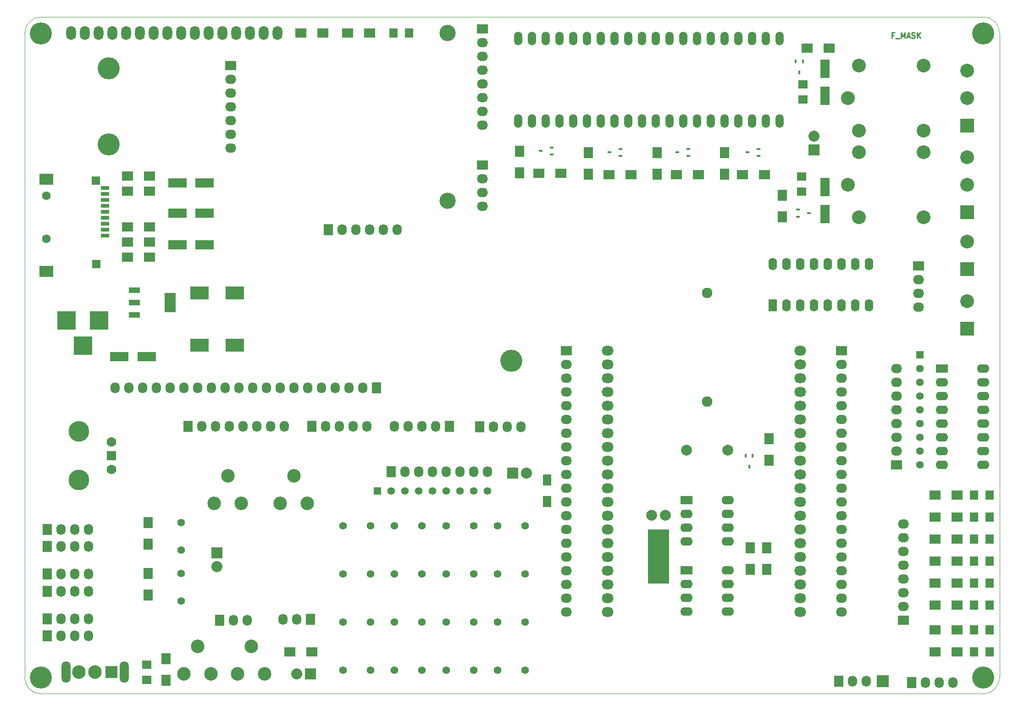
<source format=gbr>
G04 #@! TF.FileFunction,Soldermask,Top*
%FSLAX46Y46*%
G04 Gerber Fmt 4.6, Leading zero omitted, Abs format (unit mm)*
G04 Created by KiCad (PCBNEW (2015-01-16 BZR 5376)-product) date 6/20/2015 12:23:26 PM*
%MOMM*%
G01*
G04 APERTURE LIST*
%ADD10C,0.100000*%
%ADD11C,0.254000*%
%ADD12R,1.800860X1.597660*%
%ADD13R,1.597660X1.800860*%
%ADD14R,0.457200X0.711200*%
%ADD15R,0.711200X0.457200*%
%ADD16R,2.300000X2.300000*%
%ADD17C,2.500000*%
%ADD18O,1.651000X4.000000*%
%ADD19O,1.800000X2.600000*%
%ADD20C,3.000000*%
%ADD21O,2.200000X1.800000*%
%ADD22R,3.500120X1.800860*%
%ADD23R,1.800860X3.500120*%
%ADD24R,1.727200X2.032000*%
%ADD25O,1.727200X2.032000*%
%ADD26R,3.500120X2.400300*%
%ADD27R,1.600000X2.000000*%
%ADD28R,1.574800X2.286000*%
%ADD29O,1.574800X2.286000*%
%ADD30R,2.032000X3.657600*%
%ADD31R,2.032000X1.016000*%
%ADD32R,2.540000X2.540000*%
%ADD33C,2.540000*%
%ADD34R,2.032000X1.727200*%
%ADD35O,2.032000X1.727200*%
%ADD36R,3.500120X3.500120*%
%ADD37C,4.064000*%
%ADD38R,2.235200X2.235200*%
%ADD39R,1.700000X2.000000*%
%ADD40R,2.000000X1.700000*%
%ADD41R,1.397000X1.397000*%
%ADD42C,1.397000*%
%ADD43C,2.499360*%
%ADD44R,2.286000X1.574800*%
%ADD45O,2.286000X1.574800*%
%ADD46R,1.500000X0.700000*%
%ADD47R,1.500000X1.500000*%
%ADD48R,2.500000X2.000000*%
%ADD49C,1.600000*%
%ADD50C,2.000000*%
%ADD51C,1.948180*%
%ADD52R,2.032000X2.032000*%
%ADD53O,2.032000X2.032000*%
%ADD54C,1.778000*%
%ADD55R,1.778000X1.778000*%
%ADD56C,3.810000*%
%ADD57C,3.800000*%
%ADD58O,1.524000X2.524000*%
%ADD59R,4.000000X10.000000*%
G04 APERTURE END LIST*
D10*
X42000000Y-142900000D02*
X42000000Y-23950000D01*
X218950000Y-145950000D02*
X45000000Y-145950000D01*
D11*
X202474286Y-24311429D02*
X202135620Y-24311429D01*
X202135620Y-24843619D02*
X202135620Y-23827619D01*
X202619429Y-23827619D01*
X202764572Y-24940381D02*
X203538667Y-24940381D01*
X203780572Y-24843619D02*
X203780572Y-23827619D01*
X204119238Y-24553333D01*
X204457905Y-23827619D01*
X204457905Y-24843619D01*
X204893334Y-24553333D02*
X205377143Y-24553333D01*
X204796572Y-24843619D02*
X205135239Y-23827619D01*
X205473905Y-24843619D01*
X205764191Y-24795238D02*
X205909334Y-24843619D01*
X206151238Y-24843619D01*
X206248000Y-24795238D01*
X206296381Y-24746857D01*
X206344762Y-24650095D01*
X206344762Y-24553333D01*
X206296381Y-24456571D01*
X206248000Y-24408190D01*
X206151238Y-24359810D01*
X205957715Y-24311429D01*
X205860953Y-24263048D01*
X205812572Y-24214667D01*
X205764191Y-24117905D01*
X205764191Y-24021143D01*
X205812572Y-23924381D01*
X205860953Y-23876000D01*
X205957715Y-23827619D01*
X206199619Y-23827619D01*
X206344762Y-23876000D01*
X206780191Y-24843619D02*
X206780191Y-23827619D01*
X207360762Y-24843619D02*
X206925334Y-24263048D01*
X207360762Y-23827619D02*
X206780191Y-24408190D01*
D10*
X41984000Y-142952000D02*
G75*
G03X44984000Y-145952000I3000000J0D01*
G01*
X44984000Y-20952000D02*
G75*
G03X41984000Y-23952000I0J-3000000D01*
G01*
X221984000Y-23952000D02*
G75*
G03X218984000Y-20952000I-3000000J0D01*
G01*
X218984000Y-145952000D02*
G75*
G03X221984000Y-142952000I0J3000000D01*
G01*
X218984000Y-145952000D02*
G75*
G03X221984000Y-142952000I0J3000000D01*
G01*
X221984000Y-23952000D02*
X221984000Y-142952000D01*
X44984000Y-20952000D02*
X218984000Y-20952000D01*
D12*
X185438000Y-53237860D03*
X185438000Y-50398140D03*
X185692000Y-33380140D03*
X185692000Y-36219860D03*
D13*
X112943860Y-23878000D03*
X110104140Y-23878000D03*
D12*
X64534000Y-140568140D03*
X64534000Y-143407860D03*
D13*
X220131860Y-138244000D03*
X217292140Y-138244000D03*
X220131860Y-134180000D03*
X217292140Y-134180000D03*
X220131860Y-129608000D03*
X217292140Y-129608000D03*
X220131860Y-125544000D03*
X217292140Y-125544000D03*
X220131860Y-121480000D03*
X217292140Y-121480000D03*
X220131860Y-117416000D03*
X217292140Y-117416000D03*
X220131860Y-113352000D03*
X217292140Y-113352000D03*
X220131860Y-109288000D03*
X217292140Y-109288000D03*
D14*
X176394400Y-101936000D03*
X175073600Y-101936000D03*
X175734000Y-103968000D03*
D15*
X184718000Y-56541600D03*
X184718000Y-57862400D03*
X186750000Y-57202000D03*
D14*
X185644400Y-29186000D03*
X184323600Y-29186000D03*
X184984000Y-31218000D03*
D15*
X177500000Y-46612400D03*
X177500000Y-45291600D03*
X175468000Y-45952000D03*
X164500000Y-46612400D03*
X164500000Y-45291600D03*
X162468000Y-45952000D03*
X152000000Y-46612400D03*
X152000000Y-45291600D03*
X149968000Y-45952000D03*
X139250000Y-46362400D03*
X139250000Y-45041600D03*
X137218000Y-45702000D03*
D16*
X57984000Y-141952000D03*
D17*
X54984000Y-141952000D03*
X51984000Y-141952000D03*
D18*
X49583960Y-141952000D03*
X60384040Y-141952000D03*
D19*
X50564000Y-23878000D03*
X53104000Y-23878000D03*
X55644000Y-23878000D03*
X58184000Y-23878000D03*
X60724000Y-23878000D03*
X63264000Y-23878000D03*
X65804000Y-23878000D03*
X68344000Y-23878000D03*
X70884000Y-23878000D03*
X73424000Y-23878000D03*
X75964000Y-23878000D03*
X78504000Y-23878000D03*
X81044000Y-23878000D03*
X83584000Y-23878000D03*
X86124000Y-23878000D03*
X88664000Y-23878000D03*
D20*
X45064900Y-23878000D03*
X120063480Y-54878700D03*
X120063480Y-23878000D03*
D21*
X149624000Y-82552000D03*
X149624000Y-85092000D03*
X149624000Y-87632000D03*
X149624000Y-90172000D03*
X149624000Y-92712000D03*
X149624000Y-95252000D03*
X149624000Y-97792000D03*
X149624000Y-100332000D03*
X149624000Y-102872000D03*
X149624000Y-105412000D03*
X149624000Y-107952000D03*
X149624000Y-110492000D03*
X149624000Y-113032000D03*
X149624000Y-115572000D03*
X149624000Y-118112000D03*
X149624000Y-120652000D03*
X149624000Y-123192000D03*
X149624000Y-125732000D03*
X149624000Y-128272000D03*
X149624000Y-130812000D03*
X185184000Y-130812000D03*
X185184000Y-128272000D03*
X185184000Y-125732000D03*
X185184000Y-123192000D03*
X185184000Y-120652000D03*
X185184000Y-118112000D03*
X185184000Y-115572000D03*
X185184000Y-113032000D03*
X185184000Y-110492000D03*
X185184000Y-107952000D03*
X185184000Y-105412000D03*
X185184000Y-102872000D03*
X185184000Y-100332000D03*
X185184000Y-97792000D03*
X185184000Y-95252000D03*
X185184000Y-92712000D03*
X185184000Y-90172000D03*
X185184000Y-87632000D03*
X185184000Y-85092000D03*
X185184000Y-82552000D03*
D22*
X64483360Y-83702000D03*
X59484640Y-83702000D03*
D23*
X189756000Y-57365360D03*
X189756000Y-52366640D03*
X189756000Y-35521360D03*
X189756000Y-30522640D03*
D22*
X70162640Y-62994000D03*
X75161360Y-62994000D03*
X70162640Y-57152000D03*
X75161360Y-57152000D03*
X70162640Y-51564000D03*
X75161360Y-51564000D03*
D24*
X106984000Y-89452000D03*
D25*
X104444000Y-89452000D03*
X101904000Y-89452000D03*
X99364000Y-89452000D03*
X96824000Y-89452000D03*
X94284000Y-89452000D03*
X91744000Y-89452000D03*
X89204000Y-89452000D03*
X86664000Y-89452000D03*
X84124000Y-89452000D03*
X81584000Y-89452000D03*
X79044000Y-89452000D03*
X76504000Y-89452000D03*
X73964000Y-89452000D03*
X71424000Y-89452000D03*
X68884000Y-89452000D03*
X66344000Y-89452000D03*
X63804000Y-89452000D03*
X61264000Y-89452000D03*
X58724000Y-89452000D03*
D24*
X98044000Y-60198000D03*
D25*
X100584000Y-60198000D03*
X103124000Y-60198000D03*
X105664000Y-60198000D03*
X108204000Y-60198000D03*
X110744000Y-60198000D03*
D26*
X74236800Y-71884000D03*
X80739200Y-71884000D03*
X74236800Y-81536000D03*
X80739200Y-81536000D03*
D27*
X138448000Y-106460000D03*
X138448000Y-110460000D03*
D28*
X180104000Y-74170000D03*
D29*
X182644000Y-74170000D03*
X185184000Y-74170000D03*
X187724000Y-74170000D03*
X190264000Y-74170000D03*
X192804000Y-74170000D03*
X195344000Y-74170000D03*
X197884000Y-74170000D03*
X197884000Y-66550000D03*
X195344000Y-66550000D03*
X192804000Y-66550000D03*
X190264000Y-66550000D03*
X187724000Y-66550000D03*
X185184000Y-66550000D03*
X182644000Y-66550000D03*
X180104000Y-66550000D03*
D30*
X68852000Y-73662000D03*
D31*
X62248000Y-73662000D03*
X62248000Y-75948000D03*
X62248000Y-71376000D03*
D32*
X215984000Y-41032000D03*
D33*
X215984000Y-35952000D03*
X215984000Y-30872000D03*
D32*
X215984000Y-57032000D03*
D33*
X215984000Y-51952000D03*
X215984000Y-46872000D03*
D34*
X202964000Y-103634000D03*
D35*
X202964000Y-101094000D03*
X202964000Y-98554000D03*
X202964000Y-96014000D03*
X202964000Y-93474000D03*
X202964000Y-90934000D03*
X202964000Y-88394000D03*
X202964000Y-85854000D03*
D24*
X109619000Y-104904000D03*
D25*
X112159000Y-104904000D03*
X114699000Y-104904000D03*
X117239000Y-104904000D03*
X119779000Y-104904000D03*
X122319000Y-104904000D03*
X124859000Y-104904000D03*
X127399000Y-104904000D03*
D34*
X206984000Y-66952000D03*
D35*
X206984000Y-69492000D03*
X206984000Y-72032000D03*
X206984000Y-74572000D03*
D34*
X204234000Y-132336000D03*
D35*
X204234000Y-129796000D03*
X204234000Y-127256000D03*
X204234000Y-124716000D03*
X204234000Y-122176000D03*
X204234000Y-119636000D03*
X204234000Y-117096000D03*
X204234000Y-114556000D03*
D32*
X215984000Y-78492000D03*
D33*
X215984000Y-73412000D03*
D32*
X215984000Y-67492000D03*
D33*
X215984000Y-62412000D03*
D24*
X192278000Y-143637000D03*
D25*
X194818000Y-143637000D03*
X197358000Y-143637000D03*
D36*
X55748140Y-76964000D03*
X49748660Y-76964000D03*
X52748400Y-81663000D03*
D24*
X46119000Y-115572000D03*
D25*
X48659000Y-115572000D03*
X51199000Y-115572000D03*
X53739000Y-115572000D03*
D24*
X46119000Y-123827000D03*
D25*
X48659000Y-123827000D03*
X51199000Y-123827000D03*
X53739000Y-123827000D03*
D24*
X46119000Y-132082000D03*
D25*
X48659000Y-132082000D03*
X51199000Y-132082000D03*
X53739000Y-132082000D03*
D37*
X131844000Y-84457000D03*
X44984000Y-23952000D03*
X218984000Y-142952000D03*
X44984000Y-142952000D03*
X218984000Y-23952000D03*
D34*
X126510000Y-48262000D03*
D35*
X126510000Y-50802000D03*
X126510000Y-53342000D03*
X126510000Y-55882000D03*
D34*
X126510000Y-23116000D03*
D35*
X126510000Y-25656000D03*
X126510000Y-28196000D03*
X126510000Y-30736000D03*
X126510000Y-33276000D03*
X126510000Y-35816000D03*
X126510000Y-38356000D03*
X126510000Y-40896000D03*
D38*
X200406000Y-143637000D03*
D24*
X77996000Y-132336000D03*
D25*
X80536000Y-132336000D03*
X83076000Y-132336000D03*
D24*
X46119000Y-118747000D03*
D25*
X48659000Y-118747000D03*
X51199000Y-118747000D03*
X53739000Y-118747000D03*
D24*
X46119000Y-127002000D03*
D25*
X48659000Y-127002000D03*
X51199000Y-127002000D03*
X53739000Y-127002000D03*
D24*
X46119000Y-135257000D03*
D25*
X48659000Y-135257000D03*
X51199000Y-135257000D03*
X53739000Y-135257000D03*
D24*
X120414000Y-96522000D03*
D25*
X117874000Y-96522000D03*
X115334000Y-96522000D03*
X112794000Y-96522000D03*
X110254000Y-96522000D03*
D24*
X205740000Y-143891000D03*
D25*
X208280000Y-143891000D03*
X210820000Y-143891000D03*
X213360000Y-143891000D03*
D39*
X64788000Y-118334000D03*
X64788000Y-114334000D03*
X64788000Y-127732000D03*
X64788000Y-123732000D03*
D40*
X190486000Y-26672000D03*
X186486000Y-26672000D03*
D39*
X181882000Y-53882000D03*
X181882000Y-57882000D03*
D40*
X140956000Y-49786000D03*
X136956000Y-49786000D03*
D39*
X179451000Y-98838000D03*
X179451000Y-102838000D03*
D40*
X153910000Y-50040000D03*
X149910000Y-50040000D03*
X166356000Y-50040000D03*
X162356000Y-50040000D03*
X178548000Y-50040000D03*
X174548000Y-50040000D03*
D39*
X68090000Y-143480000D03*
X68090000Y-139480000D03*
D40*
X93014000Y-23878000D03*
X97014000Y-23878000D03*
D39*
X175984000Y-122952000D03*
X175984000Y-118952000D03*
X178984000Y-122952000D03*
X178984000Y-118952000D03*
D40*
X210108000Y-138244000D03*
X214108000Y-138244000D03*
X65010000Y-65280000D03*
X61010000Y-65280000D03*
X65010000Y-59692000D03*
X61010000Y-59692000D03*
X65010000Y-50294000D03*
X61010000Y-50294000D03*
X61010000Y-53088000D03*
X65010000Y-53088000D03*
D39*
X133368000Y-45754000D03*
X133368000Y-49754000D03*
X146068000Y-46008000D03*
X146068000Y-50008000D03*
X158768000Y-46008000D03*
X158768000Y-50008000D03*
X171214000Y-46008000D03*
X171214000Y-50008000D03*
D40*
X90982000Y-138178000D03*
X94982000Y-138178000D03*
X105650000Y-23878000D03*
X101650000Y-23878000D03*
X61010000Y-62486000D03*
X65010000Y-62486000D03*
X210108000Y-109288000D03*
X214108000Y-109288000D03*
X210108000Y-113352000D03*
X214108000Y-113352000D03*
X210108000Y-117416000D03*
X214108000Y-117416000D03*
X210108000Y-121480000D03*
X214108000Y-121480000D03*
X210108000Y-125544000D03*
X214108000Y-125544000D03*
X210108000Y-129608000D03*
X214108000Y-129608000D03*
X210108000Y-134180000D03*
X214108000Y-134180000D03*
D41*
X107079000Y-108460000D03*
D42*
X109619000Y-108460000D03*
X112159000Y-108460000D03*
X114699000Y-108460000D03*
X117239000Y-108460000D03*
X119779000Y-108460000D03*
X122319000Y-108460000D03*
X124859000Y-108460000D03*
X127399000Y-108460000D03*
D41*
X207282000Y-83314000D03*
D42*
X207282000Y-85854000D03*
X207282000Y-88394000D03*
X207282000Y-90934000D03*
X207282000Y-93474000D03*
X207282000Y-96014000D03*
X207282000Y-98554000D03*
X207282000Y-101094000D03*
X207282000Y-103634000D03*
D43*
X73891360Y-137202640D03*
X76390720Y-142242000D03*
X71392000Y-142242000D03*
X83797360Y-137202640D03*
X86296720Y-142242000D03*
X81298000Y-142242000D03*
X79479360Y-105706640D03*
X81978720Y-110746000D03*
X76980000Y-110746000D03*
X91671360Y-105706640D03*
X94170720Y-110746000D03*
X89172000Y-110746000D03*
D44*
X211346000Y-85854000D03*
D45*
X211346000Y-88394000D03*
X211346000Y-90934000D03*
X211346000Y-93474000D03*
X211346000Y-96014000D03*
X211346000Y-98554000D03*
X211346000Y-101094000D03*
X211346000Y-103634000D03*
X218966000Y-103634000D03*
X218966000Y-101094000D03*
X218966000Y-98554000D03*
X218966000Y-96014000D03*
X218966000Y-93474000D03*
X218966000Y-90934000D03*
X218966000Y-88394000D03*
X218966000Y-85854000D03*
D46*
X56784000Y-61352000D03*
X56784000Y-60252000D03*
X56784000Y-59152000D03*
X56784000Y-58052000D03*
X56784000Y-56952000D03*
X56784000Y-55852000D03*
X56784000Y-54752000D03*
X56784000Y-53652000D03*
X56784000Y-52552000D03*
D47*
X55084000Y-51152000D03*
X55184000Y-66552000D03*
D48*
X45984000Y-50952000D03*
X45984000Y-67952000D03*
D49*
X45984000Y-53952000D03*
X45984000Y-61952000D03*
D50*
X171783840Y-100952000D03*
X164184160Y-100952000D03*
D42*
X100729000Y-114937000D03*
X105809000Y-114937000D03*
X110254000Y-114937000D03*
X115334000Y-114937000D03*
X119779000Y-114937000D03*
X124859000Y-114937000D03*
X129304000Y-114937000D03*
X134384000Y-114937000D03*
X100729000Y-123827000D03*
X105809000Y-123827000D03*
X110254000Y-123827000D03*
X115334000Y-123827000D03*
X119779000Y-123827000D03*
X124859000Y-123827000D03*
X129304000Y-123827000D03*
X134384000Y-123827000D03*
X100729000Y-132717000D03*
X105809000Y-132717000D03*
X110254000Y-132717000D03*
X115334000Y-132717000D03*
X119779000Y-132717000D03*
X124859000Y-132717000D03*
X129304000Y-132717000D03*
X134384000Y-132717000D03*
X100729000Y-141607000D03*
X105809000Y-141607000D03*
X110254000Y-141607000D03*
X115334000Y-141607000D03*
X119779000Y-141607000D03*
X124859000Y-141607000D03*
X129304000Y-141607000D03*
X134384000Y-141607000D03*
X70884000Y-119382000D03*
X70884000Y-114302000D03*
X70884000Y-128780000D03*
X70884000Y-123700000D03*
D44*
X164174000Y-123142000D03*
D45*
X164174000Y-125682000D03*
X164174000Y-128222000D03*
X164174000Y-130762000D03*
X171794000Y-130762000D03*
X171794000Y-128222000D03*
X171794000Y-125682000D03*
X171794000Y-123142000D03*
D44*
X164174000Y-110142000D03*
D45*
X164174000Y-112682000D03*
X164174000Y-115222000D03*
X164174000Y-117762000D03*
X171794000Y-117762000D03*
X171794000Y-115222000D03*
X171794000Y-112682000D03*
X171794000Y-110142000D03*
D51*
X167984000Y-91951960D03*
X167984000Y-71952000D03*
D52*
X187706000Y-45466000D03*
D53*
X187706000Y-42926000D03*
D52*
X132098000Y-105158000D03*
D53*
X134638000Y-105158000D03*
D33*
X195984520Y-29952520D03*
X193983000Y-35952000D03*
X207983480Y-29952520D03*
X207983480Y-41951480D03*
X195984520Y-41951480D03*
X195984520Y-45952520D03*
X193983000Y-51952000D03*
X207983480Y-45952520D03*
X207983480Y-57951480D03*
X195984520Y-57951480D03*
D54*
X57984000Y-104492000D03*
D55*
X57984000Y-101952000D03*
D54*
X57984000Y-99412000D03*
D56*
X51984000Y-106452000D03*
D57*
X51984000Y-97452000D03*
D52*
X94760000Y-142242000D03*
D53*
X92220000Y-142242000D03*
D34*
X79984000Y-29952000D03*
D35*
X79984000Y-32492000D03*
X79984000Y-35032000D03*
X79984000Y-37572000D03*
X79984000Y-40112000D03*
X79984000Y-42652000D03*
X79984000Y-45192000D03*
D24*
X72154000Y-96522000D03*
D25*
X74694000Y-96522000D03*
X77234000Y-96522000D03*
X79774000Y-96522000D03*
X82314000Y-96522000D03*
X84854000Y-96522000D03*
X87394000Y-96522000D03*
X89934000Y-96522000D03*
D24*
X95014000Y-96522000D03*
D25*
X97554000Y-96522000D03*
X100094000Y-96522000D03*
X102634000Y-96522000D03*
X105174000Y-96522000D03*
D52*
X77488000Y-119890000D03*
D53*
X77488000Y-122430000D03*
D58*
X145814000Y-40134000D03*
X148354000Y-40134000D03*
X150894000Y-40134000D03*
X153434000Y-40134000D03*
X155974000Y-40134000D03*
X155974000Y-24894000D03*
X153434000Y-24894000D03*
X150894000Y-24894000D03*
X148354000Y-24894000D03*
X145814000Y-24894000D03*
X158514000Y-40134000D03*
X161054000Y-40134000D03*
X163594000Y-40134000D03*
X166134000Y-40134000D03*
X168674000Y-40134000D03*
X168674000Y-24894000D03*
X166134000Y-24894000D03*
X163594000Y-24894000D03*
X161054000Y-24894000D03*
X158514000Y-24894000D03*
X171214000Y-40134000D03*
X173754000Y-40134000D03*
X176294000Y-40134000D03*
X178834000Y-40134000D03*
X181374000Y-40134000D03*
X181374000Y-24894000D03*
X178834000Y-24894000D03*
X176294000Y-24894000D03*
X173754000Y-24894000D03*
X171214000Y-24894000D03*
D34*
X142004000Y-82552000D03*
D35*
X142004000Y-85092000D03*
X142004000Y-87632000D03*
X142004000Y-90172000D03*
X142004000Y-92712000D03*
X142004000Y-95252000D03*
X142004000Y-97792000D03*
X142004000Y-100332000D03*
X142004000Y-102872000D03*
X142004000Y-105412000D03*
X142004000Y-107952000D03*
X142004000Y-110492000D03*
X142004000Y-113032000D03*
X142004000Y-115572000D03*
X142004000Y-118112000D03*
X142004000Y-120652000D03*
X142004000Y-123192000D03*
X142004000Y-125732000D03*
X142004000Y-128272000D03*
X142004000Y-130812000D03*
D34*
X192804000Y-82552000D03*
D35*
X192804000Y-85092000D03*
X192804000Y-87632000D03*
X192804000Y-90172000D03*
X192804000Y-92712000D03*
X192804000Y-95252000D03*
X192804000Y-97792000D03*
X192804000Y-100332000D03*
X192804000Y-102872000D03*
X192804000Y-105412000D03*
X192804000Y-107952000D03*
X192804000Y-110492000D03*
X192804000Y-113032000D03*
X192804000Y-115572000D03*
X192804000Y-118112000D03*
X192804000Y-120652000D03*
X192804000Y-123192000D03*
X192804000Y-125732000D03*
X192804000Y-128272000D03*
X192804000Y-130812000D03*
D50*
X160254000Y-112952000D03*
X157714000Y-112952000D03*
D59*
X158984000Y-120572000D03*
D58*
X133114000Y-40134000D03*
X135654000Y-40134000D03*
X138194000Y-40134000D03*
X140734000Y-40134000D03*
X143274000Y-40134000D03*
X143274000Y-24894000D03*
X140734000Y-24894000D03*
X138194000Y-24894000D03*
X135654000Y-24894000D03*
X133114000Y-24894000D03*
D24*
X125984000Y-96647000D03*
D25*
X128524000Y-96647000D03*
X131064000Y-96647000D03*
X133604000Y-96647000D03*
D37*
X57484000Y-30452000D03*
X57484000Y-44452000D03*
D24*
X94742000Y-132207000D03*
D25*
X92202000Y-132207000D03*
X89662000Y-132207000D03*
M02*

</source>
